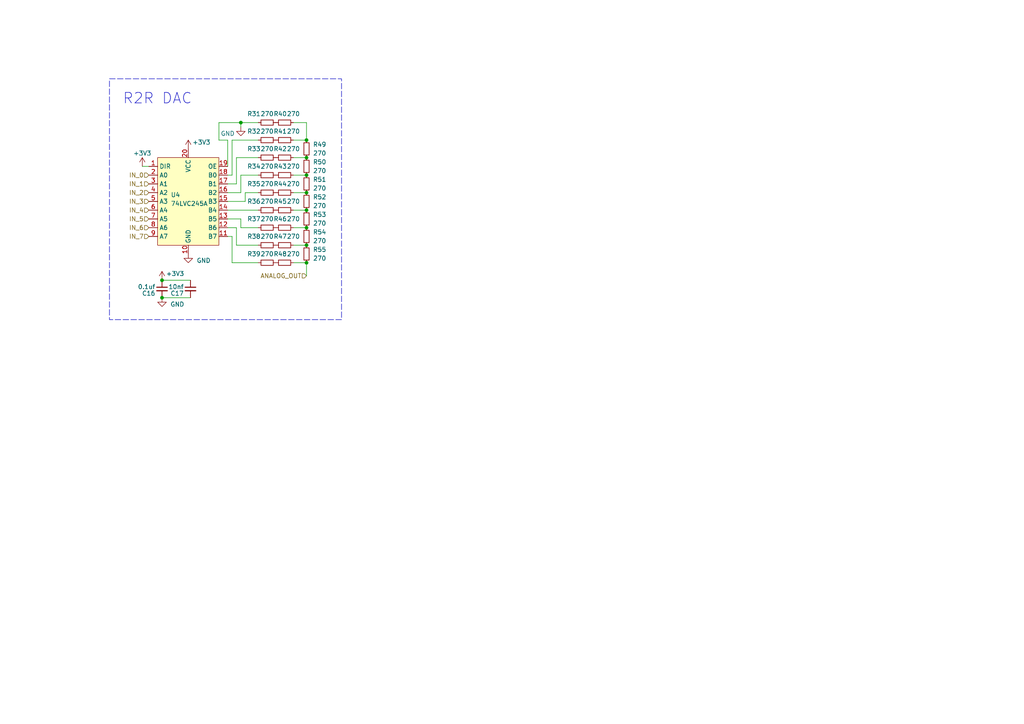
<source format=kicad_sch>
(kicad_sch (version 20230121) (generator eeschema)
  (paper "A4")
  (lib_symbols
    (symbol "Device:C_Small" (pin_numbers hide) (pin_names (offset 0.254) hide)
      (property "Reference" "C" (at 0.254 1.778 0))
      (property "Value" "C_Small" (at 0.254 -2.032 0))
      (symbol "C_Small_0_1"
        (polyline (pts (xy -1.524 -0.508) (xy 1.524 -0.508)) (stroke (width 0.3302)))
        (polyline (pts (xy -1.524 0.508) (xy 1.524 0.508)) (stroke (width 0.3048)))
      )
      (symbol "C_Small_1_1"
        (pin passive line (at 0 2.54 270) (length 2.032) (name "~") (number "1"))
        (pin passive line (at 0 -2.54 90) (length 2.032) (name "~") (number "2"))
      )
    )
    (symbol "Device:R_Small" (pin_numbers hide) (pin_names (offset 0.254) hide)
      (property "Reference" "R" (at 0.762 0.508 0))
      (property "Value" "R_Small" (at 0.762 -1.016 0))
      (symbol "R_Small_0_1"
        (rectangle (start -0.762 1.778) (end 0.762 -1.778) (stroke (width 0.2032)))
      )
      (symbol "R_Small_1_1"
        (pin passive line (at 0 2.54 270) (length 0.762) (name "~") (number "1"))
        (pin passive line (at 0 -2.54 90) (length 0.762) (name "~") (number "2"))
      )
    )
    (symbol "New_Library:74LVC245A"
      (property "Reference" "U" (at 0 1.27 0))
      (property "Value" "74LVC245A" (at 0 -2.54 0))
      (symbol "74LVC245A_1_0"
        (pin input line (at 11.43 5.08 180) (length 2.54) (name "B1") (number "17"))
        (pin input line (at -11.43 5.08 0) (length 2.54) (name "A1") (number "3"))
      )
      (symbol "74LVC245A_1_1"
        (rectangle (start -8.89 12.7) (end 8.89 -12.7) (fill (type background)))
        (pin input line (at -11.43 10.16 0) (length 2.54) (name "DIR") (number "1"))
        (pin input line (at 0 -15.24 90) (length 2.54) (name "GND") (number "10"))
        (pin input line (at 11.43 -10.16 180) (length 2.54) (name "B7") (number "11"))
        (pin input line (at 11.43 -7.62 180) (length 2.54) (name "B6") (number "12"))
        (pin input line (at 11.43 -5.08 180) (length 2.54) (name "B5") (number "13"))
        (pin input line (at 11.43 -2.54 180) (length 2.54) (name "B4") (number "14"))
        (pin input line (at 11.43 0 180) (length 2.54) (name "B3") (number "15"))
        (pin input line (at 11.43 2.54 180) (length 2.54) (name "B2") (number "16"))
        (pin input line (at 11.43 7.62 180) (length 2.54) (name "B0") (number "18"))
        (pin input line (at 11.43 10.16 180) (length 2.54) (name "OE") (number "19"))
        (pin input line (at -11.43 7.62 0) (length 2.54) (name "A0") (number "2"))
        (pin input line (at 0 15.24 270) (length 2.54) (name "VCC") (number "20"))
        (pin input line (at -11.43 2.54 0) (length 2.54) (name "A2") (number "4"))
        (pin input line (at -11.43 0 0) (length 2.54) (name "A3") (number "5"))
        (pin input line (at -11.43 -2.54 0) (length 2.54) (name "A4") (number "6"))
        (pin input line (at -11.43 -5.08 0) (length 2.54) (name "A5") (number "7"))
        (pin input line (at -11.43 -7.62 0) (length 2.54) (name "A6") (number "8"))
        (pin input line (at -11.43 -10.16 0) (length 2.54) (name "A7") (number "9"))
      )
    )
    (symbol "power:+3V3" (power) (pin_names (offset 0))
      (property "Value" "+3V3" (at 0 3.556 0))
      (symbol "+3V3_0_1"
        (polyline (pts (xy -0.762 1.27) (xy 0 2.54)))
        (polyline (pts (xy 0 0) (xy 0 2.54)))
        (polyline (pts (xy 0 2.54) (xy 0.762 1.27)))
      )
      (symbol "+3V3_1_1"
        (pin power_in line (at 0 0 90) (length 0) hide (name "+3V3") (number "1"))
      )
    )
    (symbol "power:GND" (power) (pin_names (offset 0))
      (property "Value" "GND" (at 0 -3.81 0))
      (symbol "GND_0_1"
        (polyline (pts (xy 0 0) (xy 0 -1.27) (xy 1.27 -1.27) (xy 0 -2.54) (xy -1.27 -1.27) (xy 0 -1.27)))
      )
      (symbol "GND_1_1"
        (pin power_in line (at 0 0 270) (length 0) hide (name "GND") (number "1"))
      )
    )
  )
  (junction (at 88.9 45.72))
  (junction (at 88.9 50.8))
  (junction (at 69.85 35.56))
  (junction (at 88.9 71.12))
  (junction (at 46.99 81.28))
  (junction (at 88.9 40.64))
  (junction (at 88.9 76.2))
  (junction (at 88.9 60.96))
  (junction (at 46.99 86.36))
  (junction (at 88.9 55.88))
  (junction (at 88.9 66.04))
  (wire (pts (xy 66.04 53.34) (xy 68.58 53.34)))
  (wire (pts (xy 67.31 68.58) (xy 67.31 76.2)))
  (wire (pts (xy 85.09 76.2) (xy 88.9 76.2)))
  (wire (pts (xy 66.04 55.88) (xy 69.85 55.88)))
  (wire (pts (xy 68.58 53.34) (xy 68.58 45.72)))
  (wire (pts (xy 88.9 35.56) (xy 85.09 35.56)))
  (wire (pts (xy 88.9 40.64) (xy 88.9 35.56)))
  (wire (pts (xy 69.85 66.04) (xy 74.93 66.04)))
  (wire (pts (xy 85.09 45.72) (xy 88.9 45.72)))
  (wire (pts (xy 63.5 40.64) (xy 63.5 35.56)))
  (wire (pts (xy 66.04 58.42) (xy 71.12 58.42)))
  (wire (pts (xy 68.58 66.04) (xy 68.58 71.12)))
  (wire (pts (xy 68.58 71.12) (xy 74.93 71.12)))
  (wire (pts (xy 85.09 40.64) (xy 88.9 40.64)))
  (wire (pts (xy 88.9 76.2) (xy 88.9 80.01)))
  (wire (pts (xy 66.04 48.26) (xy 66.04 40.64)))
  (wire (pts (xy 85.09 71.12) (xy 88.9 71.12)))
  (wire (pts (xy 71.12 58.42) (xy 71.12 55.88)))
  (wire (pts (xy 67.31 76.2) (xy 74.93 76.2)))
  (wire (pts (xy 46.99 81.28) (xy 55.245 81.28)))
  (wire (pts (xy 69.85 50.8) (xy 74.93 50.8)))
  (wire (pts (xy 66.04 63.5) (xy 69.85 63.5)))
  (wire (pts (xy 85.09 66.04) (xy 88.9 66.04)))
  (wire (pts (xy 68.58 45.72) (xy 74.93 45.72)))
  (wire (pts (xy 69.85 35.56) (xy 74.93 35.56)))
  (wire (pts (xy 63.5 35.56) (xy 69.85 35.56)))
  (wire (pts (xy 85.09 60.96) (xy 88.9 60.96)))
  (wire (pts (xy 66.04 50.8) (xy 67.31 50.8)))
  (wire (pts (xy 69.85 36.83) (xy 69.85 35.56)))
  (wire (pts (xy 67.31 50.8) (xy 67.31 40.64)))
  (wire (pts (xy 66.04 68.58) (xy 67.31 68.58)))
  (wire (pts (xy 46.99 86.36) (xy 55.245 86.36)))
  (wire (pts (xy 67.31 40.64) (xy 74.93 40.64)))
  (wire (pts (xy 85.09 55.88) (xy 88.9 55.88)))
  (wire (pts (xy 66.04 60.96) (xy 74.93 60.96)))
  (wire (pts (xy 66.04 40.64) (xy 63.5 40.64)))
  (wire (pts (xy 41.275 48.26) (xy 43.18 48.26)))
  (wire (pts (xy 85.09 50.8) (xy 88.9 50.8)))
  (wire (pts (xy 69.85 55.88) (xy 69.85 50.8)))
  (wire (pts (xy 66.04 66.04) (xy 68.58 66.04)))
  (wire (pts (xy 71.12 55.88) (xy 74.93 55.88)))
  (wire (pts (xy 69.85 63.5) (xy 69.85 66.04)))
  (rectangle (start 31.75 22.86) (end 99.06 92.71) (stroke (width 0) (type dash)))
  (text "R2R DAC" (at 35.56 30.48 0) (effects (font (size 3.048 3.048)) (justify left bottom)))
  (hierarchical_label "ANALOG_OUT" (shape input) (at 88.9 80.01 180))
  (hierarchical_label "IN_0" (shape input) (at 43.18 50.8 180))
  (hierarchical_label "IN_4" (shape input) (at 43.18 60.96 180))
  (hierarchical_label "IN_5" (shape input) (at 43.18 63.5 180))
  (hierarchical_label "IN_2" (shape input) (at 43.18 55.88 180))
  (hierarchical_label "IN_7" (shape input) (at 43.18 68.58 180))
  (hierarchical_label "IN_1" (shape input) (at 43.18 53.34 180))
  (hierarchical_label "IN_3" (shape input) (at 43.18 58.42 180))
  (hierarchical_label "IN_6" (shape input) (at 43.18 66.04 180))
  (symbol (lib_id "Device:R_Small") (at 88.9 48.26 180) (unit 1)
    (property "Reference" "R50" (at 92.71 46.99 0))
    (property "Value" "270" (at 92.71 49.53 0))
    (property "Footprint" "Resistor_SMD:R_0603_1608Metric" (effects hide))
    (instances (project "iCE40HX-expansion" (path "" (reference "R50") (unit 1)) (path "" (reference "R100") (unit 1)) (path "" (reference "R25") (unit 1)) (path "" (reference "R50") (unit 1))))
  )
  (symbol (lib_id "Device:R_Small") (at 88.9 63.5 180) (unit 1)
    (property "Reference" "R53" (at 92.71 62.23 0))
    (property "Value" "270" (at 92.71 64.77 0))
    (property "Footprint" "Resistor_SMD:R_0603_1608Metric" (effects hide))
    (instances (project "iCE40HX-expansion" (path "" (reference "R53") (unit 1)) (path "" (reference "R103") (unit 1)) (path "" (reference "R28") (unit 1)) (path "" (reference "R53") (unit 1))))
  )
  (symbol (lib_id "Device:R_Small") (at 82.55 55.88 90) (unit 1)
    (property "Reference" "R44" (at 81.28 53.34 90))
    (property "Value" "270" (at 85.09 53.34 90))
    (property "Footprint" "Resistor_SMD:R_0603_1608Metric" (effects hide))
    (instances (project "iCE40HX-expansion" (path "" (reference "R44") (unit 1)) (path "" (reference "R94") (unit 1)) (path "" (reference "R19") (unit 1)) (path "" (reference "R44") (unit 1))))
  )
  (symbol (lib_id "Device:R_Small") (at 88.9 58.42 180) (unit 1)
    (property "Reference" "R52" (at 92.71 57.15 0))
    (property "Value" "270" (at 92.71 59.69 0))
    (property "Footprint" "Resistor_SMD:R_0603_1608Metric" (effects hide))
    (instances (project "iCE40HX-expansion" (path "" (reference "R52") (unit 1)) (path "" (reference "R102") (unit 1)) (path "" (reference "R27") (unit 1)) (path "" (reference "R52") (unit 1))))
  )
  (symbol (lib_id "Device:R_Small") (at 77.47 76.2 90) (unit 1)
    (property "Reference" "R39" (at 73.66 73.66 90))
    (property "Value" "270" (at 77.47 73.66 90))
    (property "Footprint" "Resistor_SMD:R_0603_1608Metric" (effects hide))
    (instances (project "iCE40HX-expansion" (path "" (reference "R39") (unit 1)) (path "" (reference "R89") (unit 1)) (path "" (reference "R14") (unit 1)) (path "" (reference "R39") (unit 1))))
  )
  (symbol (lib_id "Device:R_Small") (at 77.47 35.56 90) (unit 1)
    (property "Reference" "R31" (at 73.66 33.02 90))
    (property "Value" "270" (at 77.47 33.02 90))
    (property "Footprint" "Resistor_SMD:R_0603_1608Metric" (effects hide))
    (instances (project "iCE40HX-expansion" (path "" (reference "R31") (unit 1)) (path "" (reference "R81") (unit 1)) (path "" (reference "R6") (unit 1)) (path "" (reference "R31") (unit 1))))
  )
  (symbol (lib_id "Device:R_Small") (at 82.55 66.04 90) (unit 1)
    (property "Reference" "R46" (at 81.28 63.5 90))
    (property "Value" "270" (at 85.09 63.5 90))
    (property "Footprint" "Resistor_SMD:R_0603_1608Metric" (effects hide))
    (instances (project "iCE40HX-expansion" (path "" (reference "R46") (unit 1)) (path "" (reference "R96") (unit 1)) (path "" (reference "R21") (unit 1)) (path "" (reference "R46") (unit 1))))
  )
  (symbol (lib_id "Device:R_Small") (at 82.55 60.96 90) (unit 1)
    (property "Reference" "R45" (at 81.28 58.42 90))
    (property "Value" "270" (at 85.09 58.42 90))
    (property "Footprint" "Resistor_SMD:R_0603_1608Metric" (effects hide))
    (instances (project "iCE40HX-expansion" (path "" (reference "R45") (unit 1)) (path "" (reference "R95") (unit 1)) (path "" (reference "R20") (unit 1)) (path "" (reference "R45") (unit 1))))
  )
  (symbol (lib_id "power:+3V3") (at 41.275 48.26 0) (unit 1)
    (property "Reference" "#PWR035" (effects hide))
    (property "Value" "+3V3" (at 41.275 44.45 0))
    (instances (project "iCE40HX-expansion" (path "" (reference "#PWR035") (unit 1)) (path "" (reference "#PWR029") (unit 1)) (path "" (reference "#PWR07") (unit 1)) (path "" (reference "#PWR038") (unit 1))))
  )
  (symbol (lib_id "Device:R_Small") (at 88.9 73.66 180) (unit 1)
    (property "Reference" "R55" (at 92.71 72.39 0))
    (property "Value" "270" (at 92.71 74.93 0))
    (property "Footprint" "Resistor_SMD:R_0603_1608Metric" (effects hide))
    (instances (project "iCE40HX-expansion" (path "" (reference "R55") (unit 1)) (path "" (reference "R105") (unit 1)) (path "" (reference "R30") (unit 1)) (path "" (reference "R55") (unit 1))))
  )
  (symbol (lib_id "Device:R_Small") (at 77.47 50.8 90) (unit 1)
    (property "Reference" "R34" (at 73.66 48.26 90))
    (property "Value" "270" (at 77.47 48.26 90))
    (property "Footprint" "Resistor_SMD:R_0603_1608Metric" (effects hide))
    (instances (project "iCE40HX-expansion" (path "" (reference "R34") (unit 1)) (path "" (reference "R84") (unit 1)) (path "" (reference "R9") (unit 1)) (path "" (reference "R34") (unit 1))))
  )
  (symbol (lib_id "Device:R_Small") (at 77.47 45.72 90) (unit 1)
    (property "Reference" "R33" (at 73.66 43.18 90))
    (property "Value" "270" (at 77.47 43.18 90))
    (property "Footprint" "Resistor_SMD:R_0603_1608Metric" (effects hide))
    (instances (project "iCE40HX-expansion" (path "" (reference "R33") (unit 1)) (path "" (reference "R83") (unit 1)) (path "" (reference "R8") (unit 1)) (path "" (reference "R33") (unit 1))))
  )
  (symbol (lib_id "New_Library:74LVC245A") (at 54.61 58.42 0) (unit 1)
    (property "Reference" "U4" (at 49.53 56.515 0) (effects (justify left)))
    (property "Value" "74LVC245A" (at 49.53 59.055 0) (effects (justify left)))
    (property "Footprint" "Package_SO:TSSOP-20_4.4x6.5mm_P0.65mm" (effects hide))
    (instances (project "iCE40HX-expansion" (path "" (reference "U4") (unit 1)) (path "" (reference "U6") (unit 1)) (path "" (reference "U3") (unit 1)) (path "" (reference "U4") (unit 1))))
  )
  (symbol (lib_id "Device:R_Small") (at 77.47 40.64 90) (unit 1)
    (property "Reference" "R32" (at 73.66 38.1 90))
    (property "Value" "270" (at 77.47 38.1 90))
    (property "Footprint" "Resistor_SMD:R_0603_1608Metric" (effects hide))
    (instances (project "iCE40HX-expansion" (path "" (reference "R32") (unit 1)) (path "" (reference "R82") (unit 1)) (path "" (reference "R7") (unit 1)) (path "" (reference "R32") (unit 1))))
  )
  (symbol (lib_id "Device:C_Small") (at 55.245 83.82 0) (unit 1)
    (property "Reference" "C17" (at 53.34 85.09 0) (effects (justify right)))
    (property "Value" "10nf" (at 53.34 83.185 0) (effects (justify right)))
    (property "Footprint" "Capacitor_SMD:C_0603_1608Metric" (effects hide))
    (instances (project "iCE40HX-expansion" (path "" (reference "C17") (unit 1)) (path "" (reference "C17") (unit 1)) (path "" (reference "C19") (unit 1)) (path "" (reference "C21") (unit 1))))
  )
  (symbol (lib_id "Device:R_Small") (at 77.47 55.88 90) (unit 1)
    (property "Reference" "R35" (at 73.66 53.34 90))
    (property "Value" "270" (at 77.47 53.34 90))
    (property "Footprint" "Resistor_SMD:R_0603_1608Metric" (effects hide))
    (instances (project "iCE40HX-expansion" (path "" (reference "R35") (unit 1)) (path "" (reference "R85") (unit 1)) (path "" (reference "R10") (unit 1)) (path "" (reference "R35") (unit 1))))
  )
  (symbol (lib_id "power:GND") (at 69.85 36.83 0) (mirror y) (unit 1)
    (property "Reference" "#PWR031" (effects hide))
    (property "Value" "GND" (at 66.04 38.735 0))
    (instances (project "iCE40HX-expansion" (path "" (reference "#PWR031") (unit 1)) (path "" (reference "#PWR053") (unit 1)) (path "" (reference "#PWR035") (unit 1)) (path "" (reference "#PWR045") (unit 1))))
  )
  (symbol (lib_id "Device:R_Small") (at 82.55 40.64 90) (unit 1)
    (property "Reference" "R41" (at 81.28 38.1 90))
    (property "Value" "270" (at 85.09 38.1 90))
    (property "Footprint" "Resistor_SMD:R_0603_1608Metric" (effects hide))
    (instances (project "iCE40HX-expansion" (path "" (reference "R41") (unit 1)) (path "" (reference "R91") (unit 1)) (path "" (reference "R16") (unit 1)) (path "" (reference "R41") (unit 1))))
  )
  (symbol (lib_id "Device:C_Small") (at 46.99 83.82 0) (unit 1)
    (property "Reference" "C16" (at 45.085 85.09 0) (effects (justify right)))
    (property "Value" "0.1uf" (at 45.085 83.185 0) (effects (justify right)))
    (property "Footprint" "Capacitor_SMD:C_0603_1608Metric" (effects hide))
    (instances (project "iCE40HX-expansion" (path "" (reference "C16") (unit 1)) (path "" (reference "C16") (unit 1)) (path "" (reference "C18") (unit 1)) (path "" (reference "C20") (unit 1))))
  )
  (symbol (lib_id "power:+3V3") (at 54.61 43.18 0) (unit 1)
    (property "Reference" "#PWR047" (effects hide))
    (property "Value" "+3V3" (at 58.42 41.275 0))
    (instances (project "iCE40HX-expansion" (path "" (reference "#PWR047") (unit 1)) (path "" (reference "#PWR051") (unit 1)) (path "" (reference "#PWR033") (unit 1)) (path "" (reference "#PWR041") (unit 1))))
  )
  (symbol (lib_id "Device:R_Small") (at 88.9 53.34 180) (unit 1)
    (property "Reference" "R51" (at 92.71 52.07 0))
    (property "Value" "270" (at 92.71 54.61 0))
    (property "Footprint" "Resistor_SMD:R_0603_1608Metric" (effects hide))
    (instances (project "iCE40HX-expansion" (path "" (reference "R51") (unit 1)) (path "" (reference "R101") (unit 1)) (path "" (reference "R26") (unit 1)) (path "" (reference "R51") (unit 1))))
  )
  (symbol (lib_id "Device:R_Small") (at 82.55 35.56 90) (unit 1)
    (property "Reference" "R40" (at 81.28 33.02 90))
    (property "Value" "270" (at 85.09 33.02 90))
    (property "Footprint" "Resistor_SMD:R_0603_1608Metric" (effects hide))
    (instances (project "iCE40HX-expansion" (path "" (reference "R40") (unit 1)) (path "" (reference "R90") (unit 1)) (path "" (reference "R15") (unit 1)) (path "" (reference "R40") (unit 1))))
  )
  (symbol (lib_id "Device:R_Small") (at 88.9 43.18 180) (unit 1)
    (property "Reference" "R49" (at 92.71 41.91 0))
    (property "Value" "270" (at 92.71 44.45 0))
    (property "Footprint" "Resistor_SMD:R_0603_1608Metric" (effects hide))
    (instances (project "iCE40HX-expansion" (path "" (reference "R49") (unit 1)) (path "" (reference "R99") (unit 1)) (path "" (reference "R24") (unit 1)) (path "" (reference "R49") (unit 1))))
  )
  (symbol (lib_id "power:GND") (at 46.99 86.36 0) (unit 1)
    (property "Reference" "#PWR037" (effects hide))
    (property "Value" "GND" (at 51.435 88.265 0))
    (instances (project "iCE40HX-expansion" (path "" (reference "#PWR037") (unit 1)) (path "" (reference "#PWR037") (unit 1)) (path "" (reference "#PWR032") (unit 1)) (path "" (reference "#PWR040") (unit 1))))
  )
  (symbol (lib_id "power:+3V3") (at 46.99 81.28 0) (unit 1)
    (property "Reference" "#PWR036" (effects hide))
    (property "Value" "+3V3" (at 50.8 79.375 0))
    (instances (project "iCE40HX-expansion" (path "" (reference "#PWR036") (unit 1)) (path "" (reference "#PWR036") (unit 1)) (path "" (reference "#PWR031") (unit 1)) (path "" (reference "#PWR039") (unit 1))))
  )
  (symbol (lib_id "Device:R_Small") (at 77.47 71.12 90) (unit 1)
    (property "Reference" "R38" (at 73.66 68.58 90))
    (property "Value" "270" (at 77.47 68.58 90))
    (property "Footprint" "Resistor_SMD:R_0603_1608Metric" (effects hide))
    (instances (project "iCE40HX-expansion" (path "" (reference "R38") (unit 1)) (path "" (reference "R88") (unit 1)) (path "" (reference "R13") (unit 1)) (path "" (reference "R38") (unit 1))))
  )
  (symbol (lib_id "Device:R_Small") (at 82.55 76.2 90) (unit 1)
    (property "Reference" "R48" (at 81.28 73.66 90))
    (property "Value" "270" (at 85.09 73.66 90))
    (property "Footprint" "Resistor_SMD:R_0603_1608Metric" (effects hide))
    (instances (project "iCE40HX-expansion" (path "" (reference "R48") (unit 1)) (path "" (reference "R98") (unit 1)) (path "" (reference "R23") (unit 1)) (path "" (reference "R48") (unit 1))))
  )
  (symbol (lib_id "Device:R_Small") (at 88.9 68.58 180) (unit 1)
    (property "Reference" "R54" (at 92.71 67.31 0))
    (property "Value" "270" (at 92.71 69.85 0))
    (property "Footprint" "Resistor_SMD:R_0603_1608Metric" (effects hide))
    (instances (project "iCE40HX-expansion" (path "" (reference "R54") (unit 1)) (path "" (reference "R104") (unit 1)) (path "" (reference "R29") (unit 1)) (path "" (reference "R54") (unit 1))))
  )
  (symbol (lib_id "power:GND") (at 54.61 73.66 0) (unit 1)
    (property "Reference" "#PWR045" (effects hide))
    (property "Value" "GND" (at 59.055 75.565 0))
    (instances (project "iCE40HX-expansion" (path "" (reference "#PWR045") (unit 1)) (path "" (reference "#PWR052") (unit 1)) (path "" (reference "#PWR034") (unit 1)) (path "" (reference "#PWR044") (unit 1))))
  )
  (symbol (lib_id "Device:R_Small") (at 82.55 50.8 90) (unit 1)
    (property "Reference" "R43" (at 81.28 48.26 90))
    (property "Value" "270" (at 85.09 48.26 90))
    (property "Footprint" "Resistor_SMD:R_0603_1608Metric" (effects hide))
    (instances (project "iCE40HX-expansion" (path "" (reference "R43") (unit 1)) (path "" (reference "R93") (unit 1)) (path "" (reference "R18") (unit 1)) (path "" (reference "R43") (unit 1))))
  )
  (symbol (lib_id "Device:R_Small") (at 82.55 71.12 90) (unit 1)
    (property "Reference" "R47" (at 81.28 68.58 90))
    (property "Value" "270" (at 85.09 68.58 90))
    (property "Footprint" "Resistor_SMD:R_0603_1608Metric" (effects hide))
    (instances (project "iCE40HX-expansion" (path "" (reference "R47") (unit 1)) (path "" (reference "R97") (unit 1)) (path "" (reference "R22") (unit 1)) (path "" (reference "R47") (unit 1))))
  )
  (symbol (lib_id "Device:R_Small") (at 77.47 66.04 90) (unit 1)
    (property "Reference" "R37" (at 73.66 63.5 90))
    (property "Value" "270" (at 77.47 63.5 90))
    (property "Footprint" "Resistor_SMD:R_0603_1608Metric" (effects hide))
    (instances (project "iCE40HX-expansion" (path "" (reference "R37") (unit 1)) (path "" (reference "R87") (unit 1)) (path "" (reference "R12") (unit 1)) (path "" (reference "R37") (unit 1))))
  )
  (symbol (lib_id "Device:R_Small") (at 77.47 60.96 90) (unit 1)
    (property "Reference" "R36" (at 73.66 58.42 90))
    (property "Value" "270" (at 77.47 58.42 90))
    (property "Footprint" "Resistor_SMD:R_0603_1608Metric" (effects hide))
    (instances (project "iCE40HX-expansion" (path "" (reference "R36") (unit 1)) (path "" (reference "R86") (unit 1)) (path "" (reference "R11") (unit 1)) (path "" (reference "R36") (unit 1))))
  )
  (symbol (lib_id "Device:R_Small") (at 82.55 45.72 90) (unit 1)
    (property "Reference" "R42" (at 81.28 43.18 90))
    (property "Value" "270" (at 85.09 43.18 90))
    (property "Footprint" "Resistor_SMD:R_0603_1608Metric" (effects hide))
    (instances (project "iCE40HX-expansion" (path "" (reference "R42") (unit 1)) (path "" (reference "R92") (unit 1)) (path "" (reference "R17") (unit 1)) (path "" (reference "R42") (unit 1))))
  )
)
</source>
